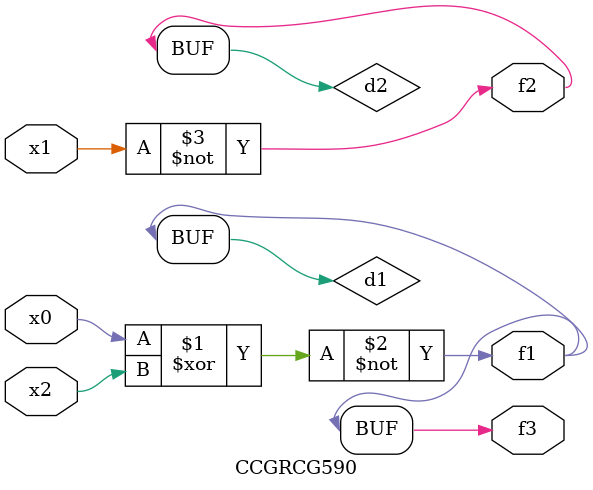
<source format=v>
module CCGRCG590(
	input x0, x1, x2,
	output f1, f2, f3
);

	wire d1, d2, d3;

	xnor (d1, x0, x2);
	nand (d2, x1);
	nor (d3, x1, x2);
	assign f1 = d1;
	assign f2 = d2;
	assign f3 = d1;
endmodule

</source>
